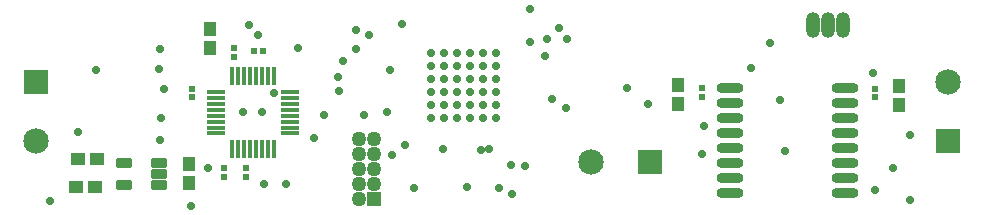
<source format=gbr>
%TF.GenerationSoftware,Altium Limited,Altium Designer,25.4.2 (15)*%
G04 Layer_Color=16711935*
%FSLAX45Y45*%
%MOMM*%
%TF.SameCoordinates,47237EEE-74C4-40EA-AC85-0918F70ECB2B*%
%TF.FilePolarity,Negative*%
%TF.FileFunction,Soldermask,Bot*%
%TF.Part,Single*%
G01*
G75*
%TA.AperFunction,SMDPad,CuDef*%
%ADD12R,0.53933X0.47247*%
%ADD24R,0.47247X0.53933*%
%ADD27R,1.01213X1.20840*%
%ADD30R,1.20840X1.01213*%
%ADD42R,0.30000X1.60000*%
%ADD43R,1.60000X0.30000*%
%TA.AperFunction,ComponentPad*%
%ADD63C,2.15320*%
%ADD64R,2.15320X2.15320*%
%ADD65O,1.20320X2.20320*%
%ADD66O,1.20320X2.20320*%
%ADD67R,2.15320X2.15320*%
%ADD68R,1.26320X1.26320*%
%ADD69C,1.26320*%
%TA.AperFunction,ViaPad*%
%ADD70C,0.70320*%
%TA.AperFunction,SMDPad,CuDef*%
%ADD71O,2.30320X0.85320*%
G04:AMPARAMS|DCode=72|XSize=0.8532mm|YSize=1.4032mm|CornerRadius=0.15035mm|HoleSize=0mm|Usage=FLASHONLY|Rotation=90.000|XOffset=0mm|YOffset=0mm|HoleType=Round|Shape=RoundedRectangle|*
%AMROUNDEDRECTD72*
21,1,0.85320,1.10250,0,0,90.0*
21,1,0.55250,1.40320,0,0,90.0*
1,1,0.30070,0.55125,0.27625*
1,1,0.30070,0.55125,-0.27625*
1,1,0.30070,-0.55125,-0.27625*
1,1,0.30070,-0.55125,0.27625*
%
%ADD72ROUNDEDRECTD72*%
D12*
X2225385Y1371600D02*
D03*
X2298700D02*
D03*
D24*
X7480300Y1051215D02*
D03*
Y977900D02*
D03*
X6019800Y980785D02*
D03*
Y1054100D02*
D03*
X1968500Y307685D02*
D03*
Y381000D02*
D03*
X2159000Y306243D02*
D03*
Y379557D02*
D03*
X2057400Y1394115D02*
D03*
Y1320800D02*
D03*
X1701800Y1051215D02*
D03*
Y977900D02*
D03*
D27*
X7683501Y1070788D02*
D03*
Y910412D02*
D03*
X5816600Y919124D02*
D03*
Y1079500D02*
D03*
X1854200Y1557376D02*
D03*
Y1397000D02*
D03*
X1676400Y254000D02*
D03*
Y414376D02*
D03*
D30*
X715924Y215900D02*
D03*
X876300D02*
D03*
X736600Y457200D02*
D03*
X896976D02*
D03*
D42*
X2390999Y1158098D02*
D03*
X2341001D02*
D03*
X2290999D02*
D03*
X2241001D02*
D03*
X2190999D02*
D03*
X2141002D02*
D03*
X2090999D02*
D03*
X2041002D02*
D03*
Y538099D02*
D03*
X2090999D02*
D03*
X2141002D02*
D03*
X2190999D02*
D03*
X2241001D02*
D03*
X2290999D02*
D03*
X2341001D02*
D03*
X2390999D02*
D03*
D43*
X1906001Y1023102D02*
D03*
Y973099D02*
D03*
Y923102D02*
D03*
Y873100D02*
D03*
Y823102D02*
D03*
Y773100D02*
D03*
Y723102D02*
D03*
Y673100D02*
D03*
X2526000D02*
D03*
Y723102D02*
D03*
Y773100D02*
D03*
Y823102D02*
D03*
Y873100D02*
D03*
Y923102D02*
D03*
Y973099D02*
D03*
Y1023102D02*
D03*
D63*
X5075301Y431800D02*
D03*
X8102600Y1104900D02*
D03*
X381000Y609600D02*
D03*
D64*
X5575300Y431800D02*
D03*
D65*
X7213600Y1587500D02*
D03*
X6959600D02*
D03*
D66*
X7086600D02*
D03*
D67*
X8102600Y604901D02*
D03*
X381000Y1109599D02*
D03*
D68*
X3238500Y114300D02*
D03*
D69*
Y241300D02*
D03*
Y368300D02*
D03*
Y495300D02*
D03*
Y622300D02*
D03*
X3111500Y114300D02*
D03*
Y241300D02*
D03*
Y368300D02*
D03*
Y495300D02*
D03*
Y622300D02*
D03*
D70*
X2293620Y858520D02*
D03*
X4708707Y1472591D02*
D03*
X4804172Y1569720D02*
D03*
X4876400Y1475875D02*
D03*
X4689449Y1328873D02*
D03*
X4866640Y886460D02*
D03*
X5387340Y1054100D02*
D03*
X4409440Y157480D02*
D03*
X4297680Y208280D02*
D03*
X4516120Y401320D02*
D03*
X4401820Y403860D02*
D03*
X4028440Y220980D02*
D03*
X4564380Y1450340D02*
D03*
X1430020Y1384300D02*
D03*
X731520Y683260D02*
D03*
X1838960Y378460D02*
D03*
X2260600Y1503680D02*
D03*
X6593840Y1440180D02*
D03*
X3378200Y1209040D02*
D03*
X3395980Y487680D02*
D03*
X4749800Y965200D02*
D03*
X6718300Y520700D02*
D03*
X7467600Y1186180D02*
D03*
X3825240Y541020D02*
D03*
X3583940Y210820D02*
D03*
X2181860Y1587500D02*
D03*
X2598420Y1399540D02*
D03*
X5562600Y919480D02*
D03*
X1437640Y800100D02*
D03*
X1463040Y1046480D02*
D03*
X1694180Y60960D02*
D03*
X497840Y101600D02*
D03*
X1422400Y1216660D02*
D03*
X891540Y1211580D02*
D03*
X3474720Y1600200D02*
D03*
X3200400Y1503680D02*
D03*
X2979420Y1285240D02*
D03*
X3091180Y1384300D02*
D03*
X2733040Y632460D02*
D03*
X2814320Y830580D02*
D03*
X2938780Y1150620D02*
D03*
X2131060Y855980D02*
D03*
X3091180Y1546860D02*
D03*
X2395220Y1013460D02*
D03*
X2496820Y243840D02*
D03*
X3500120Y576580D02*
D03*
X2311400Y246380D02*
D03*
X3154680Y833120D02*
D03*
X4145280Y533400D02*
D03*
X4218940Y538480D02*
D03*
X7780020Y662940D02*
D03*
X7777480Y106680D02*
D03*
X1427480Y619760D02*
D03*
X2948940Y1033780D02*
D03*
X6436360Y1229360D02*
D03*
X6675120Y952500D02*
D03*
X3352800Y850900D02*
D03*
X4559300Y1727200D02*
D03*
X7632700Y381000D02*
D03*
X7480300Y190500D02*
D03*
X6032500Y736600D02*
D03*
X6019800Y495300D02*
D03*
X3721100Y1354399D02*
D03*
X3831102D02*
D03*
X3941100D02*
D03*
X4051102D02*
D03*
X4161099D02*
D03*
X4271101D02*
D03*
X3721100Y1244402D02*
D03*
X3831102D02*
D03*
X3941100D02*
D03*
X4051102D02*
D03*
X4161099D02*
D03*
X4271101D02*
D03*
X3721100Y1134400D02*
D03*
X3831102D02*
D03*
X3941100D02*
D03*
X4051102D02*
D03*
X4161099D02*
D03*
X4271101D02*
D03*
X3721100Y1024402D02*
D03*
X3831102D02*
D03*
X3941100D02*
D03*
X4051102D02*
D03*
X4161099D02*
D03*
X4271101D02*
D03*
X3721100Y914400D02*
D03*
X3831102D02*
D03*
X3941100D02*
D03*
X4051102D02*
D03*
X4161099D02*
D03*
X4271101D02*
D03*
X3721100Y804398D02*
D03*
X3831102D02*
D03*
X3941100D02*
D03*
X4051102D02*
D03*
X4161099D02*
D03*
X4271101D02*
D03*
D71*
X7228698Y1054100D02*
D03*
Y927100D02*
D03*
Y800100D02*
D03*
Y673100D02*
D03*
Y546100D02*
D03*
Y419100D02*
D03*
Y292100D02*
D03*
Y165100D02*
D03*
X6258697Y1054100D02*
D03*
Y927100D02*
D03*
Y800100D02*
D03*
Y673100D02*
D03*
Y546100D02*
D03*
Y419100D02*
D03*
Y292100D02*
D03*
Y165100D02*
D03*
D72*
X1127399Y425201D02*
D03*
Y235199D02*
D03*
X1422400D02*
D03*
Y330200D02*
D03*
Y425201D02*
D03*
%TF.MD5,db71f7f1a3606fb4da30369f82f3005b*%
M02*

</source>
